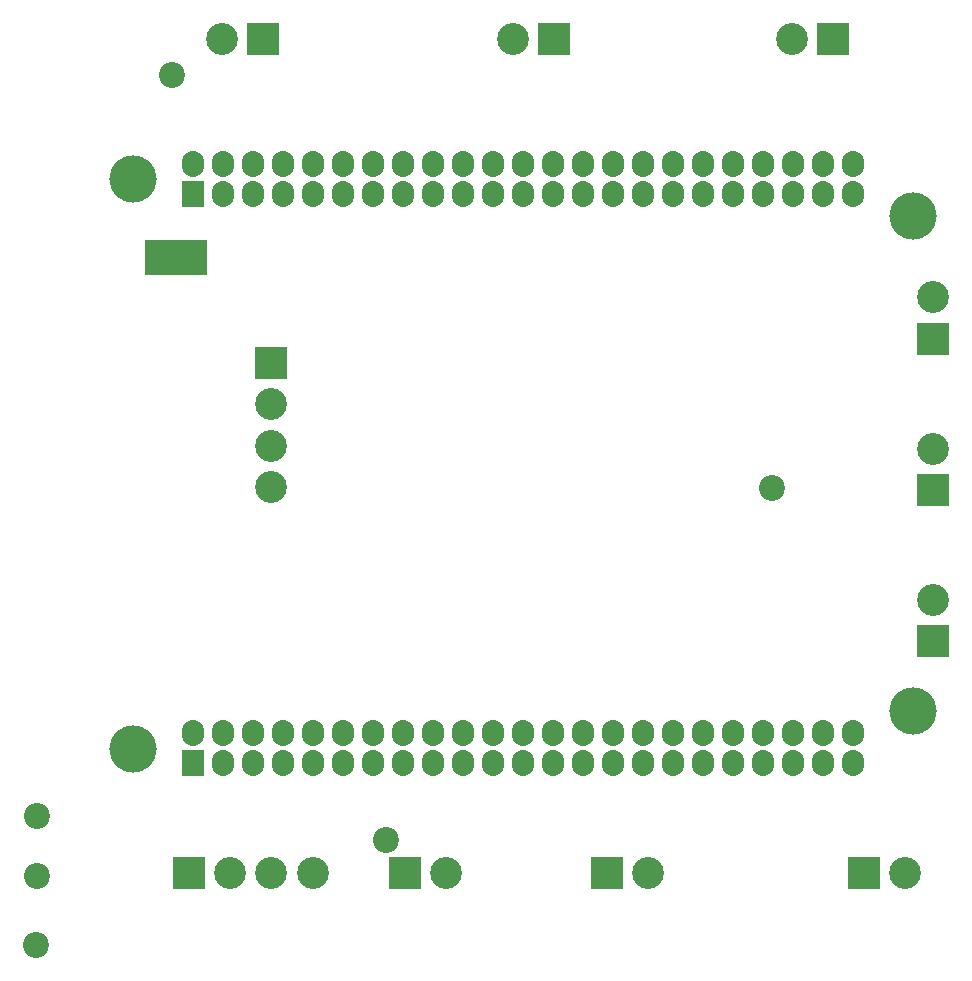
<source format=gbs>
G04 DipTrace 3.3.1.3*
G04 Powerboardv05.gbs*
%MOMM*%
G04 #@! TF.FileFunction,Soldermask,Bot*
G04 #@! TF.Part,Single*
%ADD58C,4.0*%
%ADD98C,2.20015*%
%ADD100R,1.90015X2.20015*%
%ADD102O,1.90015X2.20015*%
%ADD104R,2.70015X2.70015*%
%ADD106C,2.70015*%
%FSLAX35Y35*%
G04*
G71*
G90*
G75*
G01*
G04 BotMask*
%LPD*%
D106*
X4360000Y-1055873D3*
D104*
X4010000D3*
D102*
X510000Y130000D3*
X764000D3*
X1018000D3*
X1272000D3*
X1526000D3*
X1780000D3*
X2034000D3*
X2288000D3*
X2542000D3*
X2796000D3*
X3050000D3*
X3304000D3*
X3558000D3*
X3812000D3*
X4066000D3*
X4320000D3*
X4574000D3*
X4828000D3*
X5082000D3*
X5336000D3*
X5590000D3*
X5844000D3*
X6098000D3*
Y-124000D3*
X5844000D3*
X5590000D3*
X5336000D3*
X5082000D3*
X4828000D3*
X4574000D3*
X4320000D3*
X4066000D3*
X3812000D3*
X3558000D3*
X3304000D3*
X3050000D3*
X2796000D3*
X2542000D3*
X2288000D3*
X2034000D3*
X1780000D3*
X1526000D3*
X1272000D3*
X1018000D3*
X764000D3*
D100*
X510000D3*
D98*
X333377Y5699127D3*
D106*
X6772377Y1260000D3*
D104*
Y910000D3*
D98*
X2143123Y-777873D3*
X-810000Y-570000D3*
Y-1080000D3*
D106*
X6772377Y3820000D3*
D104*
Y3470000D3*
D106*
X1520000Y-1055873D3*
X1170000D3*
X820000D3*
D104*
X470000D3*
D106*
X6772377Y2540000D3*
D104*
Y2190000D3*
D102*
X510000Y4950000D3*
X764000D3*
X1018000D3*
X1272000D3*
X1526000D3*
X1780000D3*
X2034000D3*
X2288000D3*
X2542000D3*
X2796000D3*
X3050000D3*
X3304000D3*
X3558000D3*
X3812000D3*
X4066000D3*
X4320000D3*
X4574000D3*
X4828000D3*
X5082000D3*
X5336000D3*
X5590000D3*
X5844000D3*
X6098000D3*
Y4696000D3*
X5844000D3*
X5590000D3*
X5336000D3*
X5082000D3*
X4828000D3*
X4574000D3*
X4320000D3*
X4066000D3*
X3812000D3*
X3558000D3*
X3304000D3*
X3050000D3*
X2796000D3*
X2542000D3*
X2288000D3*
X2034000D3*
X1780000D3*
X1526000D3*
X1272000D3*
X1018000D3*
X764000D3*
D100*
X510000D3*
D106*
X2650000Y-1055873D3*
D104*
X2300000D3*
D106*
X6540000D3*
D104*
X6190000D3*
D98*
X-820000Y-1660000D3*
X5414253Y2203087D3*
D106*
X1170000Y2214127D3*
Y2564127D3*
Y2914127D3*
D104*
Y3264127D3*
D106*
X5580000Y6005000D3*
D104*
X5930000D3*
D106*
X750000D3*
D104*
X1100000D3*
D106*
X3215000D3*
D104*
X3565000D3*
D58*
X0Y4826000D3*
X6604000Y4508500D3*
Y317500D3*
X0Y0D3*
G36*
X100000Y4310000D2*
X630000D1*
Y4010000D1*
X100000D1*
Y4310000D1*
G37*
M02*

</source>
